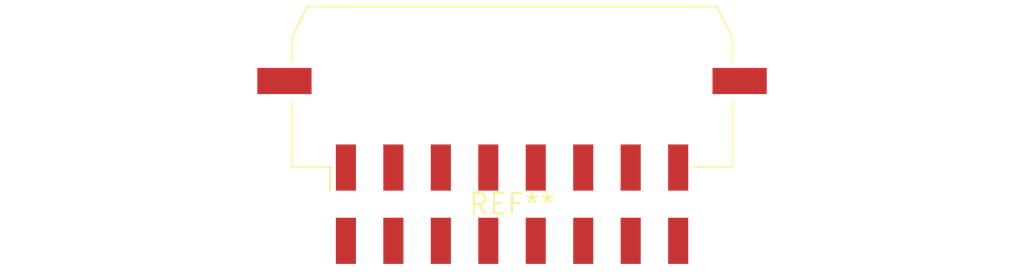
<source format=kicad_pcb>
(kicad_pcb (version 20240108) (generator pcbnew)
  (layers (0 "F.Cu" signal) (31 "B.Cu" signal) (34 "B.Paste" user) (35 "F.Paste" user) (36 "B.SilkS" user "B.Silkscreen") (37 "F.SilkS" user "F.Silkscreen") (38 "B.Mask" user) (39 "F.Mask" user) (44 "Edge.Cuts" user))
  (net 0 "")
  (footprint "Molex_Micro-Fit_3.0_43045-1610_2x08-1MP_P3.00mm_Horizontal" (layer "F.Cu") (at 0 0)
    (property "Reference" "REF**")
    (property "Value" "Molex_Micro-Fit_3.0_43045-1610_2x08-1MP_P3.00mm_Horizontal")
    (fp_line (start -13.935 -10.495) (end -13.935 -8.98) (layer "F.SilkS") (stroke (width 0.12)))
    (fp_line (start -13.935 -6.59) (end -13.935 -2.365) (layer "F.SilkS") (stroke (width 0.12)))
    (fp_line (start -13.935 -2.365) (end -11.505 -2.365) (layer "F.SilkS") (stroke (width 0.12)))
    (fp_line (start -12.935 -12.495) (end -13.935 -10.495) (layer "F.SilkS") (stroke (width 0.12)))
    (fp_line (start -11.505 -2.365) (end -11.505 -0.905) (layer "F.SilkS") (stroke (width 0.12)))
    (fp_line (start 0 -12.495) (end -12.935 -12.495) (layer "F.SilkS") (stroke (width 0.12)))
    (fp_line (start 0 -12.495) (end 12.935 -12.495) (layer "F.SilkS") (stroke (width 0.12)))
    (fp_line (start 12.935 -12.495) (end 13.935 -10.495) (layer "F.SilkS") (stroke (width 0.12)))
    (fp_line (start 13.935 -10.495) (end 13.935 -8.98) (layer "F.SilkS") (stroke (width 0.12)))
    (fp_line (start 13.935 -6.59) (end 13.935 -2.365) (layer "F.SilkS") (stroke (width 0.12)))
    (fp_line (start 13.935 -2.365) (end 11.505 -2.365) (layer "F.SilkS") (stroke (width 0.12)))
    (pad "1" smd rect (at -10.5 -2.315) (size 1.27 2.92) (layers "F.Cu" "F.Paste" "F.Mask"))
    (pad "2" smd rect (at -7.5 -2.315) (size 1.27 2.92) (layers "F.Cu" "F.Paste" "F.Mask"))
    (pad "3" smd rect (at -4.5 -2.315) (size 1.27 2.92) (layers "F.Cu" "F.Paste" "F.Mask"))
    (pad "4" smd rect (at -1.5 -2.315) (size 1.27 2.92) (layers "F.Cu" "F.Paste" "F.Mask"))
    (pad "5" smd rect (at 1.5 -2.315) (size 1.27 2.92) (layers "F.Cu" "F.Paste" "F.Mask"))
    (pad "6" smd rect (at 4.5 -2.315) (size 1.27 2.92) (layers "F.Cu" "F.Paste" "F.Mask"))
    (pad "7" smd rect (at 7.5 -2.315) (size 1.27 2.92) (layers "F.Cu" "F.Paste" "F.Mask"))
    (pad "8" smd rect (at 10.5 -2.315) (size 1.27 2.92) (layers "F.Cu" "F.Paste" "F.Mask"))
    (pad "9" smd rect (at -10.5 2.315) (size 1.27 2.92) (layers "F.Cu" "F.Paste" "F.Mask"))
    (pad "10" smd rect (at -7.5 2.315) (size 1.27 2.92) (layers "F.Cu" "F.Paste" "F.Mask"))
    (pad "11" smd rect (at -4.5 2.315) (size 1.27 2.92) (layers "F.Cu" "F.Paste" "F.Mask"))
    (pad "12" smd rect (at -1.5 2.315) (size 1.27 2.92) (layers "F.Cu" "F.Paste" "F.Mask"))
    (pad "13" smd rect (at 1.5 2.315) (size 1.27 2.92) (layers "F.Cu" "F.Paste" "F.Mask"))
    (pad "14" smd rect (at 4.5 2.315) (size 1.27 2.92) (layers "F.Cu" "F.Paste" "F.Mask"))
    (pad "15" smd rect (at 7.5 2.315) (size 1.27 2.92) (layers "F.Cu" "F.Paste" "F.Mask"))
    (pad "16" smd rect (at 10.5 2.315) (size 1.27 2.92) (layers "F.Cu" "F.Paste" "F.Mask"))
    (pad "MP" smd rect (at -14.385 -7.785) (size 3.43 1.65) (layers "F.Cu" "F.Paste" "F.Mask"))
    (pad "MP" smd rect (at 14.385 -7.785) (size 3.43 1.65) (layers "F.Cu" "F.Paste" "F.Mask"))
  )
)
</source>
